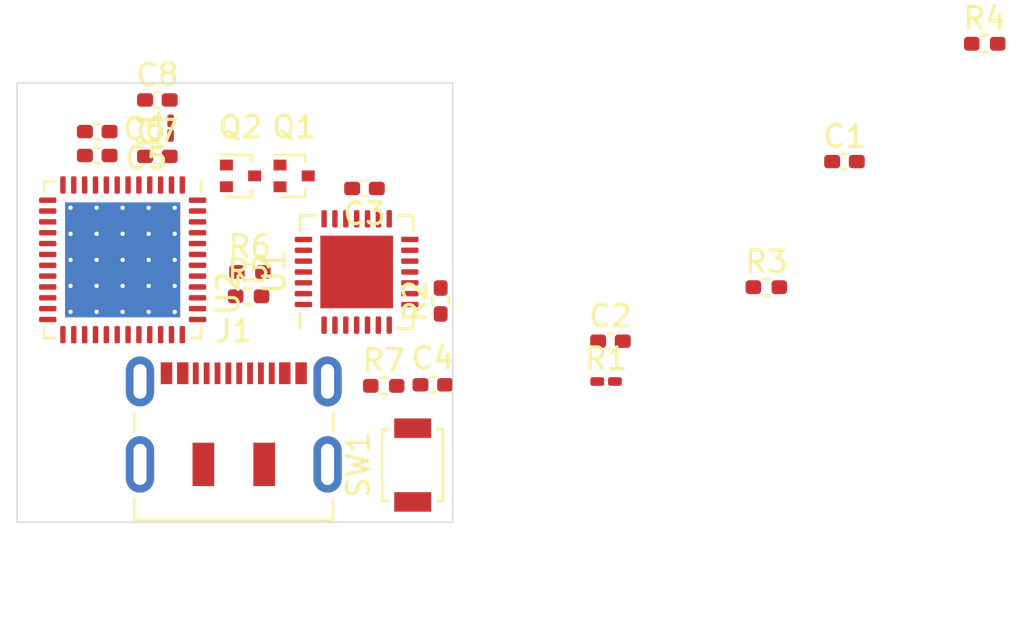
<source format=kicad_pcb>
(kicad_pcb (version 20211014) (generator pcbnew)
  (layers (0 "F.Cu" signal) (31 "B.Cu" signal) (34 "B.Paste" user) (35 "F.Paste" user) (36 "B.SilkS" user "B.Silkscreen") (37 "F.SilkS" user "F.Silkscreen") (38 "B.Mask" user) (39 "F.Mask" user) (44 "Edge.Cuts" user))
  (net 0 "")
  (net 1 "Net-(C1-Pad1)")
  (net 2 "GND")
  (net 3 "Net-(C3-Pad1)")
  (net 4 "En")
  (net 5 "+3V3")
  (net 6 "Net-(C7-Pad2)")
  (net 7 "Net-(AE1-Pad1)")
  (net 8 "Net-(J1-PadA4)")
  (net 9 "Net-(J1-PadA5)")
  (net 10 "/D+")
  (net 11 "/D-")
  (net 13 "Net-(J1-PadB5)")
  (net 15 "Net-(J1-PadS1)")
  (net 16 "/RTS")
  (net 17 "/DTR")
  (net 18 "/IO0")
  (net 19 "Net-(R2-Pad2)")
  (net 20 "/TXD")
  (net 21 "/TX")
  (net 22 "/RXD")
  (net 23 "/RX")
  (footprint "Resistor_SMD:R_0402_1005Metric_Pad0.72x0.64mm_HandSolder" (layer "F.Cu") (at 188.19 130.6375 90)
    (fp_text reference "R2" (at 0 -1.17 90) (layer "F.SilkS"))
    (fp_text value "R")
    (fp_line (start -0.167621 -0.38) (end 0.167621 -0.38) (layer "F.SilkS") (width 0.12))
    (fp_line (start -0.167621 0.38) (end 0.167621 0.38) (layer "F.SilkS") (width 0.12))
    (pad "1" smd roundrect (at -0.5975 0 90) (size 0.715 0.64) (layers "F.Cu" "F.Paste" "F.Mask") (net 5 "+3V3"))
    (pad "2" smd roundrect (at 0.5975 0 90) (size 0.715 0.64) (layers "F.Cu" "F.Paste" "F.Mask") (net 19 "Net-(R2-Pad2)"))
  )
  (footprint "Package_DFN_QFN:QFN-28-1EP_5x5mm_P0.5mm_EP3.35x3.35mm" (layer "F.Cu") (at 184.32 129.3 90)
    (fp_text reference "U1" (at 0 -3.8 90) (layer "F.SilkS"))
    (fp_text value "CP2102N-Axx-xQFN28")
    (fp_line (start 1.885 2.61) (end 2.61 2.61) (layer "F.SilkS") (width 0.12))
    (fp_line (start -1.885 -2.61) (end -2.61 -2.61) (layer "F.SilkS") (width 0.12))
    (fp_line (start -1.885 2.61) (end -2.61 2.61) (layer "F.SilkS") (width 0.12))
    (fp_line (start 2.61 -2.61) (end 2.61 -1.885) (layer "F.SilkS") (width 0.12))
    (fp_line (start -2.61 2.61) (end -2.61 1.885) (layer "F.SilkS") (width 0.12))
    (fp_line (start 1.885 -2.61) (end 2.61 -2.61) (layer "F.SilkS") (width 0.12))
    (fp_line (start 2.61 2.61) (end 2.61 1.885) (layer "F.SilkS") (width 0.12))
    (pad "1" smd roundrect (at -2.45 -1.5 90) (size 0.8 0.25) (layers "F.Cu" "F.Paste" "F.Mask"))
    (pad "2" smd roundrect (at -2.45 -1 90) (size 0.8 0.25) (layers "F.Cu" "F.Paste" "F.Mask"))
    (pad "3" smd roundrect (at -2.45 -0.5 90) (size 0.8 0.25) (layers "F.Cu" "F.Paste" "F.Mask") (net 2 "GND"))
    (pad "4" smd roundrect (at -2.45 0 90) (size 0.8 0.25) (layers "F.Cu" "F.Paste" "F.Mask") (net 10 "/D+"))
    (pad "5" smd roundrect (at -2.45 0.5 90) (size 0.8 0.25) (layers "F.Cu" "F.Paste" "F.Mask") (net 11 "/D-"))
    (pad "6" smd roundrect (at -2.45 1 90) (size 0.8 0.25) (layers "F.Cu" "F.Paste" "F.Mask") (net 1 "Net-(C1-Pad1)"))
    (pad "7" smd roundrect (at -2.45 1.5 90) (size 0.8 0.25) (layers "F.Cu" "F.Paste" "F.Mask") (net 1 "Net-(C1-Pad1)"))
    (pad "8" smd roundrect (at -1.5 2.45 90) (size 0.25 0.8) (layers "F.Cu" "F.Paste" "F.Mask") (net 5 "+3V3"))
    (pad "9" smd roundrect (at -1 2.45 90) (size 0.25 0.8) (layers "F.Cu" "F.Paste" "F.Mask") (net 19 "Net-(R2-Pad2)"))
    (pad "10" smd roundrect (at -0.5 2.45 90) (size 0.25 0.8) (layers "F.Cu" "F.Paste" "F.Mask"))
    (pad "11" smd roundrect (at 0 2.45 90) (size 0.25 0.8) (layers "F.Cu" "F.Paste" "F.Mask"))
    (pad "12" smd roundrect (at 0.5 2.45 90) (size 0.25 0.8) (layers "F.Cu" "F.Paste" "F.Mask"))
    (pad "13" smd roundrect (at 1 2.45 90) (size 0.25 0.8) (layers "F.Cu" "F.Paste" "F.Mask"))
    (pad "14" smd roundrect (at 1.5 2.45 90) (size 0.25 0.8) (layers "F.Cu" "F.Paste" "F.Mask"))
    (pad "15" smd roundrect (at 2.45 1.5 90) (size 0.8 0.25) (layers "F.Cu" "F.Paste" "F.Mask"))
    (pad "16" smd roundrect (at 2.45 1 90) (size 0.8 0.25) (layers "F.Cu" "F.Paste" "F.Mask") (net 3 "Net-(C3-Pad1)"))
    (pad "17" smd roundrect (at 2.45 0.5 90) (size 0.8 0.25) (layers "F.Cu" "F.Paste" "F.Mask"))
    (pad "18" smd roundrect (at 2.45 0 90) (size 0.8 0.25) (layers "F.Cu" "F.Paste" "F.Mask"))
    (pad "19" smd roundrect (at 2.45 -0.5 90) (size 0.8 0.25) (layers "F.Cu" "F.Paste" "F.Mask"))
    (pad "20" smd roundrect (at 2.45 -1 90) (size 0.8 0.25) (layers "F.Cu" "F.Paste" "F.Mask"))
    (pad "21" smd roundrect (at 2.45 -1.5 90) (size 0.8 0.25) (layers "F.Cu" "F.Paste" "F.Mask"))
    (pad "22" smd roundrect (at 1.5 -2.45 90) (size 0.25 0.8) (layers "F.Cu" "F.Paste" "F.Mask"))
    (pad "23" smd roundrect (at 1 -2.45 90) (size 0.25 0.8) (layers "F.Cu" "F.Paste" "F.Mask"))
    (pad "24" smd roundrect (at 0.5 -2.45 90) (size 0.25 0.8) (layers "F.Cu" "F.Paste" "F.Mask") (net 16 "/RTS"))
    (pad "25" smd roundrect (at 0 -2.45 90) (size 0.25 0.8) (layers "F.Cu" "F.Paste" "F.Mask") (net 22 "/RXD"))
    (pad "26" smd roundrect (at -0.5 -2.45 90) (size 0.25 0.8) (layers "F.Cu" "F.Paste" "F.Mask") (net 20 "/TXD"))
    (pad "27" smd roundrect (at -1 -2.45 90) (size 0.25 0.8) (layers "F.Cu" "F.Paste" "F.Mask"))
    (pad "28" smd roundrect (at -1.5 -2.45 90) (size 0.25 0.8) (layers "F.Cu" "F.Paste" "F.Mask") (net 17 "/DTR"))
    (pad "29" smd rect (at 0 0 90) (size 3.35 3.35) (layers "F.Cu" "F.Mask") (net 2 "GND"))
  )
  (footprint "Inductor_SMD:L_01005_0402Metric_Pad0.57x0.30mm_HandSolder" (layer "F.Cu") (at 175.75 122.67 90)
    (fp_text reference "L1" (at 0 -1 90) (layer "F.SilkS"))
    (fp_text value "L")
    (pad "1" smd roundrect (at -0.3375 0 90) (size 0.575 0.3) (layers "F.Cu" "F.Mask") (net 6 "Net-(C7-Pad2)"))
    (pad "2" smd roundrect (at 0.3375 0 90) (size 0.575 0.3) (layers "F.Cu" "F.Mask") (net 7 "Net-(AE1-Pad1)"))
  )
  (footprint "Capacitor_SMD:C_0402_1005Metric_Pad0.74x0.62mm_HandSolder" (layer "F.Cu") (at 196.01 132.49)
    (fp_text reference "C2" (at 0 -1.16) (layer "F.SilkS"))
    (fp_text value "1uf")
    (fp_line (start -0.115835 -0.36) (end 0.115835 -0.36) (layer "F.SilkS") (width 0.12))
    (fp_line (start -0.115835 0.36) (end 0.115835 0.36) (layer "F.SilkS") (width 0.12))
    (pad "1" smd roundrect (at -0.5675 0) (size 0.735 0.62) (layers "F.Cu" "F.Paste" "F.Mask") (net 1 "Net-(C1-Pad1)"))
    (pad "2" smd roundrect (at 0.5675 0) (size 0.735 0.62) (layers "F.Cu" "F.Paste" "F.Mask") (net 2 "GND"))
  )
  (footprint "Package_TO_SOT_SMD:SOT-416" (layer "F.Cu") (at 178.97 124.87)
    (fp_text reference "Q2" (at 0 -2.25) (layer "F.SilkS"))
    (fp_text value "DTC114E")
    (fp_line (start 0.51 -0.96) (end 0.51 -0.65) (layer "F.SilkS") (width 0.12))
    (fp_line (start 0.51 0.96) (end 0.51 0.65) (layer "F.SilkS") (width 0.12))
    (fp_line (start 0.51 -0.96) (end -0.9 -0.96) (layer "F.SilkS") (width 0.12))
    (fp_line (start 0.51 0.96) (end -0.65 0.96) (layer "F.SilkS") (width 0.12))
    (pad "1" smd rect (at -0.65 -0.5) (size 0.6 0.5) (layers "F.Cu" "F.Paste" "F.Mask") (net 17 "/DTR"))
    (pad "2" smd rect (at -0.65 0.5) (size 0.6 0.5) (layers "F.Cu" "F.Paste" "F.Mask") (net 16 "/RTS"))
    (pad "3" smd rect (at 0.65 0) (size 0.6 0.5) (layers "F.Cu" "F.Paste" "F.Mask") (net 4 "En"))
  )
  (footprint "Capacitor_SMD:C_0402_1005Metric_Pad0.74x0.62mm_HandSolder" (layer "F.Cu") (at 184.68 125.45 180)
    (fp_text reference "C3" (at 0 -1.16) (layer "F.SilkS"))
    (fp_text value "4.7u")
    (fp_line (start -0.115835 -0.36) (end 0.115835 -0.36) (layer "F.SilkS") (width 0.12))
    (fp_line (start -0.115835 0.36) (end 0.115835 0.36) (layer "F.SilkS") (width 0.12))
    (pad "1" smd roundrect (at -0.5675 0 180) (size 0.735 0.62) (layers "F.Cu" "F.Paste" "F.Mask") (net 3 "Net-(C3-Pad1)"))
    (pad "2" smd roundrect (at 0.5675 0 180) (size 0.735 0.62) (layers "F.Cu" "F.Paste" "F.Mask") (net 2 "GND"))
  )
  (footprint "Package_TO_SOT_SMD:SOT-416" (layer "F.Cu") (at 181.44 124.87)
    (fp_text reference "Q1" (at 0 -2.25) (layer "F.SilkS"))
    (fp_text value "DTC114E")
    (fp_line (start 0.51 0.96) (end -0.65 0.96) (layer "F.SilkS") (width 0.12))
    (fp_line (start 0.51 0.96) (end 0.51 0.65) (layer "F.SilkS") (width 0.12))
    (fp_line (start 0.51 -0.96) (end -0.9 -0.96) (layer "F.SilkS") (width 0.12))
    (fp_line (start 0.51 -0.96) (end 0.51 -0.65) (layer "F.SilkS") (width 0.12))
    (pad "1" smd rect (at -0.65 -0.5) (size 0.6 0.5) (layers "F.Cu" "F.Paste" "F.Mask") (net 16 "/RTS"))
    (pad "2" smd rect (at -0.65 0.5) (size 0.6 0.5) (layers "F.Cu" "F.Paste" "F.Mask") (net 17 "/DTR"))
    (pad "3" smd rect (at 0.65 0) (size 0.6 0.5) (layers "F.Cu" "F.Paste" "F.Mask") (net 18 "/IO0"))
  )
  (footprint "Resistor_SMD:R_0402_1005Metric_Pad0.72x0.64mm_HandSolder" (layer "F.Cu") (at 179.34 130.42)
    (fp_text reference "R5" (at 0 -1.17) (layer "F.SilkS"))
    (fp_text value "R")
    (fp_line (start -0.167621 0.38) (end 0.167621 0.38) (layer "F.SilkS") (width 0.12))
    (fp_line (start -0.167621 -0.38) (end 0.167621 -0.38) (layer "F.SilkS") (width 0.12))
    (pad "1" smd roundrect (at -0.5975 0) (size 0.715 0.64) (layers "F.Cu" "F.Paste" "F.Mask") (net 20 "/TXD"))
    (pad "2" smd roundrect (at 0.5975 0) (size 0.715 0.64) (layers "F.Cu" "F.Paste" "F.Mask") (net 21 "/TX"))
  )
  (footprint "Button_Switch_SMD:SW_SPST_B3U-1000P" (layer "F.Cu") (at 186.9 138.2 90)
    (fp_text reference "SW1" (at 0 -2.5 90) (layer "F.SilkS"))
    (fp_text value "SW_Push")
    (fp_line (start 1.65 1.4) (end 1.65 1.1) (layer "F.SilkS") (width 0.12))
    (fp_line (start -1.65 -1.1) (end -1.65 -1.4) (layer "F.SilkS") (width 0.12))
    (fp_line (start -1.65 -1.4) (end 1.65 -1.4) (layer "F.SilkS") (width 0.12))
    (fp_line (start -1.65 1.1) (end -1.65 1.4) (layer "F.SilkS") (width 0.12))
    (fp_line (start -1.65 1.4) (end 1.65 1.4) (layer "F.SilkS") (width 0.12))
    (fp_line (start 1.65 -1.4) (end 1.65 -1.1) (layer "F.SilkS") (width 0.12))
    (pad "1" smd rect (at -1.7 0 90) (size 0.9 1.7) (layers "F.Cu" "F.Paste" "F.Mask") (net 2 "GND"))
    (pad "2" smd rect (at 1.7 0 90) (size 0.9 1.7) (layers "F.Cu" "F.Paste" "F.Mask") (net 4 "En"))
  )
  (footprint "Resistor_SMD:R_0201_0603Metric_Pad0.64x0.40mm_HandSolder" (layer "F.Cu") (at 195.81 134.35)
    (fp_text reference "R1" (at 0 -1.05) (layer "F.SilkS"))
    (fp_text value "1M")
    (pad "1" smd roundrect (at -0.4075 0) (size 0.635 0.4) (layers "F.Cu" "F.Mask") (net 2 "GND"))
    (pad "2" smd roundrect (at 0.4075 0) (size 0.635 0.4) (layers "F.Cu" "F.Mask") (net 15 "Net-(J1-PadS1)"))
  )
  (footprint "Resistor_SMD:R_0402_1005Metric_Pad0.72x0.64mm_HandSolder" (layer "F.Cu") (at 179.4025 129.3)
    (fp_text reference "R6" (at 0 -1.17) (layer "F.SilkS"))
    (fp_text value "R")
    (fp_line (start -0.167621 -0.38) (end 0.167621 -0.38) (layer "F.SilkS") (width 0.12))
    (fp_line (start -0.167621 0.38) (end 0.167621 0.38) (layer "F.SilkS") (width 0.12))
    (pad "1" smd roundrect (at -0.5975 0) (size 0.715 0.64) (layers "F.Cu" "F.Paste" "F.Mask") (net 22 "/RXD"))
    (pad "2" smd roundrect (at 0.5975 0) (size 0.715 0.64) (layers "F.Cu" "F.Paste" "F.Mask") (net 23 "/RX"))
  )
  (footprint "Resistor_SMD:R_0402_1005Metric_Pad0.72x0.64mm_HandSolder" (layer "F.Cu") (at 185.5675 134.55)
    (fp_text reference "R7" (at 0 -1.17) (layer "F.SilkS"))
    (fp_text value "R")
    (fp_line (start -0.167621 0.38) (end 0.167621 0.38) (layer "F.SilkS") (width 0.12))
    (fp_line (start -0.167621 -0.38) (end 0.167621 -0.38) (layer "F.SilkS") (width 0.12))
    (pad "1" smd roundrect (at -0.5975 0) (size 0.715 0.64) (layers "F.Cu" "F.Paste" "F.Mask") (net 5 "+3V3"))
    (pad "2" smd roundrect (at 0.5975 0) (size 0.715 0.64) (layers "F.Cu" "F.Paste" "F.Mask") (net 4 "En"))
  )
  (footprint "Capacitor_SMD:C_0402_1005Metric_Pad0.74x0.62mm_HandSolder" (layer "F.Cu") (at 175.14 121.37)
    (fp_text reference "C8" (at 0 -1.16) (layer "F.SilkS"))
    (fp_text value "C")
    (fp_line (start -0.115835 -0.36) (end 0.115835 -0.36) (layer "F.SilkS") (width 0.12))
    (fp_line (start -0.115835 0.36) (end 0.115835 0.36) (layer "F.SilkS") (width 0.12))
    (pad "1" smd roundrect (at -0.5675 0) (size 0.735 0.62) (layers "F.Cu" "F.Paste" "F.Mask") (net 2 "GND"))
    (pad "2" smd roundrect (at 0.5675 0) (size 0.735 0.62) (layers "F.Cu" "F.Paste" "F.Mask") (net 7 "Net-(AE1-Pad1)"))
  )
  (footprint "Resistor_SMD:R_0402_1005Metric_Pad0.72x0.64mm_HandSolder" (layer "F.Cu") (at 213.25 118.78)
    (fp_text reference "R4" (at 0 -1.17) (layer "F.SilkS"))
    (fp_text value "5.1K")
    (fp_line (start -0.167621 -0.38) (end 0.167621 -0.38) (layer "F.SilkS") (width 0.12))
    (fp_line (start -0.167621 0.38) (end 0.167621 0.38) (layer "F.SilkS") (width 0.12))
    (pad "1" smd roundrect (at -0.5975 0) (size 0.715 0.64) (layers "F.Cu" "F.Paste" "F.Mask") (net 13 "Net-(J1-PadB5)"))
    (pad "2" smd roundrect (at 0.5975 0) (size 0.715 0.64) (layers "F.Cu" "F.Paste" "F.Mask") (net 2 "GND"))
  )
  (footprint "Capacitor_SMD:C_0402_1005Metric_Pad0.74x0.62mm_HandSolder" (layer "F.Cu") (at 206.79 124.21)
    (fp_text reference "C1" (at 0 -1.16) (layer "F.SilkS"))
    (fp_text value "0.1u")
    (fp_line (start -0.115835 0.36) (end 0.115835 0.36) (layer "F.SilkS") (width 0.12))
    (fp_line (start -0.115835 -0.36) (end 0.115835 -0.36) (layer "F.SilkS") (width 0.12))
    (pad "1" smd roundrect (at -0.5675 0) (size 0.735 0.62) (layers "F.Cu" "F.Paste" "F.Mask") (net 1 "Net-(C1-Pad1)"))
    (pad "2" smd roundrect (at 0.5675 0) (size 0.735 0.62) (layers "F.Cu" "F.Paste" "F.Mask") (net 2 "GND"))
  )
  (footprint "Resistor_SMD:R_0402_1005Metric_Pad0.72x0.64mm_HandSolder" (layer "F.Cu") (at 203.19 130)
    (fp_text reference "R3" (at 0 -1.17) (layer "F.SilkS"))
    (fp_text value "5.1K")
    (fp_line (start -0.167621 0.38) (end 0.167621 0.38) (layer "F.SilkS") (width 0.12))
    (fp_line (start -0.167621 -0.38) (end 0.167621 -0.38) (layer "F.SilkS") (width 0.12))
    (pad "1" smd roundrect (at -0.5975 0) (size 0.715 0.64) (layers "F.Cu" "F.Paste" "F.Mask") (net 9 "Net-(J1-PadA5)"))
    (pad "2" smd roundrect (at 0.5975 0) (size 0.715 0.64) (layers "F.Cu" "F.Paste" "F.Mask") (net 2 "GND"))
  )
  (footprint "Capacitor_SMD:C_0402_1005Metric_Pad0.74x0.62mm_HandSolder" (layer "F.Cu") (at 187.8275 134.5 180)
    (fp_text reference "C4" (at 0.0075 1.22) (layer "F.SilkS"))
    (fp_text value "10uf")
    (fp_line (start -0.115835 0.36) (end 0.115835 0.36) (layer "F.SilkS") (width 0.12))
    (fp_line (start -0.115835 -0.36) (end 0.115835 -0.36) (layer "F.SilkS") (width 0.12))
    (pad "1" smd roundrect (at -0.5675 0 180) (size 0.735 0.62) (layers "F.Cu" "F.Paste" "F.Mask") (net 2 "GND"))
    (pad "2" smd roundrect (at 0.5675 0 180) (size 0.735 0.62) (layers "F.Cu" "F.Paste" "F.Mask") (net 4 "En"))
  )
  (footprint "Connector_USB:USB_C_Receptacle_JAE_DX07S016JA1R1500" (layer "F.Cu") (at 178.66 137.02)
    (fp_text reference "J1" (at 0 -5) (layer "F.SilkS"))
    (fp_text value "USB_C_Receptacle_USB2.0")
    (fp_line (start -4.58 3.71) (end 4.58 3.71) (layer "F.SilkS") (width 0.12))
    (fp_line (start 4.58 -1.215) (end 4.58 -0.36) (layer "F.SilkS") (width 0.12))
    (fp_line (start -4.58 2.76) (end -4.58 3.71) (layer "F.SilkS") (width 0.12))
    (fp_line (start 4.58 2.76) (end 4.58 3.71) (layer "F.SilkS") (width 0.12))
    (fp_line (start -4.58 -1.215) (end -4.58 -0.36) (layer "F.SilkS") (width 0.12))
    (pad "" smd rect (at -1.4 1.15) (size 1 2) (layers "F.Cu" "F.Paste" "F.Mask"))
    (pad "" np_thru_hole circle (at -3 -1.95) (size 0.6 0.6) (drill 0.6) (layers F&B.Cu *.Mask))
    (pad "" smd rect (at 1.4 1.15) (size 1 2) (layers "F.Cu" "F.Paste" "F.Mask"))
    (pad "" np_thru_hole oval (at 3 -1.95) (size 0.85 0.6) (drill oval 0.85 0.6) (layers F&B.Cu *.Mask))
    (pad "A1" smd rect (at -3.1 -3.05) (size 0.52 1) (layers "F.Cu" "F.Paste" "F.Mask") (net 2 "GND"))
    (pad "A4" smd rect (at -2.35 -3.05) (size 0.52 1) (layers "F.Cu" "F.Paste" "F.Mask") (net 8 "Net-(J1-PadA4)"))
    (pad "A5" smd rect (at -1.75 -3.05) (size 0.27 1) (layers "F.Cu" "F.Paste" "F.Mask") (net 9 "Net-(J1-PadA5)"))
    (pad "A6" smd rect (at -0.25 -3.05) (size 0.27 1) (layers "F.Cu" "F.Paste" "F.Mask") (net 10 "/D+"))
    (pad "A7" smd rect (at 0.75 -3.05) (size 0.27 1) (layers "F.Cu" "F.Paste" "F.Mask") (net 11 "/D-"))
    (pad "A8" smd rect (at 1.75 -3.05) (size 0.27 1) (layers "F.Cu" "F.Paste" "F.Mask"))
    (pad "A9" smd rect (at 2.35 -3.05) (size 0.52 1) (layers "F.Cu" "F.Paste" "F.Mask") (net 8 "Net-(J1-PadA4)"))
    (pad "A12" smd rect (at 3.1 -3.05) (size 0.52 1) (layers "F.Cu" "F.Paste" "F.Mask") (net 2 "GND"))
    (pad "B1" smd rect (at 3.1 -3.05) (size 0.52 1) (layers "F.Cu" "F.Paste" "F.Mask") (net 2 "GND"))
    (pad "B4" smd rect (at 2.35 -3.05) (size 0.52 1) (layers "F.Cu" "F.Paste" "F.Mask") (net 8 "Net-(J1-PadA4)"))
    (pad "B5" smd rect (at 1.25 -3.05) (size 0.27 1) (layers "F.Cu" "F.Paste" "F.Mask") (net 13 "Net-(J1-PadB5)"))
    (pad "B6" smd rect (at 0.25 -3.05) (size 0.27 1) (layers "F.Cu" "F.Paste" "F.Mask") (net 10 "/D+"))
    (pad "B7" smd rect (at -0.75 -3.05) (size 0.27 1) (layers "F.Cu" "F.Paste" "F.Mask") (net 11 "/D-"))
    (pad "B8" smd rect (at -1.25 -3.05) (size 0.27 1) (layers "F.Cu" "F.Paste" "F.Mask"))
    (pad "B9" smd rect (at -2.35 -3.05) (size 0.52 1) (layers "F.Cu" "F.Paste" "F.Mask") (net 8 "Net-(J1-PadA4)"))
    (pad "B12" smd rect (at -3.1 -3.05) (size 0.52 1) (layers "F.Cu" "F.Paste" "F.Mask") (net 2 "GND"))
    (pad "S1" thru_hole oval (at 4.32 1.15) (size 1.3 2.6) (drill oval 0.6 1.9) (layers *.Cu *.Mask) (net 15 "Net-(J1-PadS1)"))
    (pad "S1" thru_hole oval (at -4.32 1.15) (size 1.3 2.6) (drill oval 0.6 1.9) (layers *.Cu *.Mask) (net 15 "Net-(J1-PadS1)"))
    (pad "S1" thru_hole oval (at -4.32 -2.675) (size 1.3 2.3) (drill oval 0.6 1.6) (layers *.Cu *.Mask) (net 15 "Net-(J1-PadS1)"))
    (pad "S1" thru_hole oval (at 4.32 -2.675) (size 1.3 2.3) (drill oval 0.6 1.6) (layers *.Cu *.Mask) (net 15 "Net-(J1-PadS1)"))
  )
  (footprint "Package_DFN_QFN:QFN-48-1EP_7x7mm_P0.5mm_EP5.3x5.3mm_ThermalVias" (layer "F.Cu") (at 173.54 128.74 -90)
    (fp_text reference "U2" (at 1.55 -4.86 90) (layer "F.SilkS"))
    (fp_text value "ESP32-PICO-D4")
    (fp_line (start 3.135 -3.61) (end 3.61 -3.61) (layer "F.SilkS") (width 0.12))
    (fp_line (start -3.61 3.61) (end -3.61 3.135) (layer "F.SilkS") (width 0.12))
    (fp_line (start 3.135 3.61) (end 3.61 3.61) (layer "F.SilkS") (width 0.12))
    (fp_line (start -3.135 -3.61) (end -3.61 -3.61) (layer "F.SilkS") (width 0.12))
    (fp_line (start -3.135 3.61) (end -3.61 3.61) (layer "F.SilkS") (width 0.12))
    (fp_line (start 3.61 -3.61) (end 3.61 -3.135) (layer "F.SilkS") (width 0.12))
    (fp_line (start 3.61 3.61) (end 3.61 3.135) (layer "F.SilkS") (width 0.12))
    (pad "1" smd roundrect (at -3.45 -2.75 270) (size 0.8 0.25) (layers "F.Cu" "F.Paste" "F.Mask") (net 5 "+3V3"))
    (pad "2" smd roundrect (at -3.45 -2.25 270) (size 0.8 0.25) (layers "F.Cu" "F.Paste" "F.Mask") (net 6 "Net-(C7-Pad2)"))
    (pad "3" smd roundrect (at -3.45 -1.75 270) (size 0.8 0.25) (layers "F.Cu" "F.Paste" "F.Mask") (net 5 "+3V3"))
    (pad "4" smd roundrect (at -3.45 -1.25 270) (size 0.8 0.25) (layers "F.Cu" "F.Paste" "F.Mask") (net 5 "+3V3"))
    (pad "5" smd roundrect (at -3.45 -0.75 270) (size 0.8 0.25) (layers "F.Cu" "F.Paste" "F.Mask"))
    (pad "6" smd roundrect (at -3.45 -0.25 270) (size 0.8 0.25) (layers "F.Cu" "F.Paste" "F.Mask"))
    (pad "7" smd roundrect (at -3.45 0.25 270) (size 0.8 0.25) (layers "F.Cu" "F.Paste" "F.Mask"))
    (pad "8" smd roundrect (at -3.45 0.75 270) (size 0.8 0.25) (layers "F.Cu" "F.Paste" "F.Mask"))
    (pad "9" smd roundrect (at -3.45 1.25 270) (size 0.8 0.25) (layers "F.Cu" "F.Paste" "F.Mask") (net 4 "En"))
    (pad "10" smd roundrect (at -3.45 1.75 270) (size 0.8 0.25) (layers "F.Cu" "F.Paste" "F.Mask"))
    (pad "11" smd roundrect (at -3.45 2.25 270) (size 0.8 0.25) (layers "F.Cu" "F.Paste" "F.Mask"))
    (pad "12" smd roundrect (at -3.45 2.75 270) (size 0.8 0.25) (layers "F.Cu" "F.Paste" "F.Mask"))
    (pad "13" smd roundrect (at -2.75 3.45 270) (size 0.25 0.8) (layers "F.Cu" "F.Paste" "F.Mask"))
    (pad "14" smd roundrect (at -2.25 3.45 270) (size 0.25 0.8) (layers "F.Cu" "F.Paste" "F.Mask"))
    (pad "15" smd roundrect (at -1.75 3.45 270) (size 0.25 0.8) (layers "F.Cu" "F.Paste" "F.Mask"))
    (pad "16" smd roundrect (at -1.25 3.45 270) (size 0.25 0.8) (layers "F.Cu" "F.Paste" "F.Mask"))
    (pad "17" smd roundrect (at -0.75 3.45 270) (size 0.25 0.8) (layers "F.Cu" "F.Paste" "F.Mask"))
    (pad "18" smd roundrect (at -0.25 3.45 270) (size 0.25 0.8) (layers "F.Cu" "F.Paste" "F.Mask"))
    (pad "19" smd roundrect (at 0.25 3.45 270) (size 0.25 0.8) (layers "F.Cu" "F.Paste" "F.Mask") (net 5 "+3V3"))
    (pad "20" smd roundrect (at 0.75 3.45 270) (size 0.25 0.8) (layers "F.Cu" "F.Paste" "F.Mask"))
    (pad "21" smd roundrect (at 1.25 3.45 270) (size 0.25 0.8) (layers "F.Cu" "F.Paste" "F.Mask"))
    (pad "22" smd roundrect (at 1.75 3.45 270) (size 0.25 0.8) (layers "F.Cu" "F.Paste" "F.Mask"))
    (pad "23" smd roundrect (at 2.25 3.45 270) (size 0.25 0.8) (layers "F.Cu" "F.Paste" "F.Mask") (net 18 "/IO0"))
    (pad "24" smd roundrect (at 2.75 3.45 270) (size 0.25 0.8) (layers "F.Cu" "F.Paste" "F.Mask"))
    (pad "25" smd roundrect (at 3.45 2.75 270) (size 0.8 0.25) (layers "F.Cu" "F.Paste" "F.Mask"))
    (pad "26" smd roundrect (at 3.45 2.25 270) (size 0.8 0.25) (layers "F.Cu" "F.Paste" "F.Mask"))
    (pad "27" smd roundrect (at 3.45 1.75 270) (size 0.8 0.25) (layers "F.Cu" "F.Paste" "F.Mask"))
    (pad "28" smd roundrect (at 3.45 1.25 270) (size 0.8 0.25) (layers "F.Cu" "F.Paste" "F.Mask"))
    (pad "29" smd roundrect (at 3.45 0.75 270) (size 0.8 0.25) (layers "F.Cu" "F.Paste" "F.Mask"))
    (pad "30" smd roundrect (at 3.45 0.25 270) (size 0.8 0.25) (layers "F.Cu" "F.Paste" "F.Mask"))
    (pad "31" smd roundrect (at 3.45 -0.25 270) (size 0.8 0.25) (layers "F.Cu" "F.Paste" "F.Mask"))
    (pad "32" smd roundrect (at 3.45 -0.75 270) (size 0.8 0.25) (layers "F.Cu" "F.Paste" "F.Mask"))
    (pad "33" smd roundrect (at 3.45 -1.25 270) (size 0.8 0.25) (layers "F.Cu" "F.Paste" "F.Mask"))
    (pad "34" smd roundrect (at 3.45 -1.75 270) (size 0.8 0.25) (layers "F.Cu" "F.Paste" "F.Mask"))
    (pad "35" smd roundrect (at 3.45 -2.25 270) (size 0.8 0.25) (layers "F.Cu" "F.Paste" "F.Mask"))
    (pad "36" smd roundrect (at 3.45 -2.75 270) (size 0.8 0.25) (layers "F.Cu" "F.Paste" "F.Mask"))
    (pad "37" smd roundrect (at 2.75 -3.45 270) (size 0.25 0.8) (layers "F.Cu" "F.Paste" "F.Mask") (net 5 "+3V3"))
    (pad "38" smd roundrect (at 2.25 -3.45 270) (size 0.25 0.8) (layers "F.Cu" "F.Paste" "F.Mask"))
    (pad "39" smd roundrect (at 1.75 -3.45 270) (size 0.25 0.8) (layers "F.Cu" "F.Paste" "F.Mask"))
    (pad "40" smd roundrect (at 1.25 -3.45 270) (size 0.25 0.8) (layers "F.Cu" "F.Paste" "F.Mask") (net 21 "/TX"))
    (pad "41" smd roundrect (at 0.75 -3.45 270) (size 0.25 0.8) (layers "F.Cu" "F.Paste" "F.Mask") (net 23 "/RX"))
    (pad "42" smd roundrect (at 0.25 -3.45 270) (size 0.25 0.8) (layers "F.Cu" "F.Paste" "F.Mask"))
    (pad "43" smd roundrect (at -0.25 -3.45 270) (size 0.25 0.8) (layers "F.Cu" "F.Paste" "F.Mask") (net 5 "+3V3"))
    (pad "44" smd roundrect (at -0.75 -3.45 270) (size 0.25 0.8) (layers "F.Cu" "F.Paste" "F.Mask"))
    (pad "45" smd roundrect (at -1.25 -3.45 270) (size 0.25 0.8) (layers "F.Cu" "F.Paste" "F.Mask"))
    (pad "46" smd roundrect (at -1.75 -3.45 270) (size 0.25 0.8) (layers "F.Cu" "F.Paste" "F.Mask") (net 5 "+3V3"))
    (pad "47" smd roundrect (at -2.25 -3.45 270) (size 0.25 0.8) (layers "F.Cu" "F.Paste" "F.Mask"))
    (pad "48" smd roundrect (at -2.75 -3.45 270) (size 0.25 0.8) (layers "F.Cu" "F.Paste" "F.Mask"))
    (pad "49" thru_hole circle (at -1.2 0 270) (size 0.5 0.5) (drill 0.2) (layers *.Cu) (net 2 "GND"))
    (pad "49" thru_hole circle (at -2.4 -2.4 270) (size 0.5 0.5) (drill 0.2) (layers *.Cu) (net 2 "GND"))
    (pad "49" smd rect (at 0 0 270) (size 5.3 5.3) (layers "B.Cu") (net 2 "GND"))
    (pad "49" thru_hole circle (at 1.2 0 270) (size 0.5 0.5) (drill 0.2) (layers *.Cu) (net 2 "GND"))
    (pad "49" thru_hole circle (at 2.4 -1.2 270) (size 0.5 0.5) (drill 0.2) (layers *.Cu) (net 2 "GND"))
    (pad "49" thru_hole circle (at 1.2 -2.4 270) (size 0.5 0.5) (drill 0.2) (layers *.Cu) (net 2 "GND"))
    (pad "49" thru_hole circle (at 0 -2.4 270) (size 0.5 0.5) (drill 0.2) (layers *.Cu) (net 2 "GND"))
    (pad "49" thru_hole circle (at -2.4 1.2 270) (size 0.5 0.5) (drill 0.2) (layers *.Cu) (net 2 "GND"))
    (pad "49" smd rect (at 0 0 270) (size 5.3 5.3) (layers "F.Cu" "F.Mask") (net 2 "GND"))
    (pad "49" thru_hole circle (at -1.2 -2.4 270) (size 0.5 0.5) (drill 0.2) (layers *.Cu) (net 2 "GND"))
    (pad "49" thru_hole circle (at -1.2 2.4 270) (size 0.5 0.5) (drill 0.2) (layers *.Cu) (net 2 "GND"))
    (pad "49" thru_hole circle (at 2.4 -2.4 270) (size 0.5 0.5) (drill 0.2) (layers *.Cu) (net 2 "GND"))
    (pad "49" thru_hole circle (at 0 0 270) (size 0.5 0.5) (drill 0.2) (layers *.Cu) (net 2 "GND"))
    (pad "49" thru_hole circle (at 1.2 1.2 270) (size 0.5 0.5) (drill 0.2) (layers *.Cu) (net 2 "GND"))
    (pad "49" thru_hole circle (at 1.2 2.4 270) (size 0.5 0.5) (drill 0.2) (layers *.Cu) (net 2 "GND"))
    (pad "49" thru_hole circle (at -1.2 1.2 270) (size 0.5 0.5) (drill 0.2) (layers *.Cu) (net 2 "GND"))
    (pad "49" thru_hole circle (at -2.4 0 270) (size 0.5 0.5) (drill 0.2) (layers *.Cu) (net 2 "GND"))
    (pad "49" thru_hole circle (at -2.4 2.4 270) (size 0.5 0.5) (drill 0.2) (layers *.Cu) (net 2 "GND"))
    (pad "49" thru_hole circle (at 1.2 -1.2 270) (size 0.5 0.5) (drill 0.2) (layers *.Cu) (net 2 "GND"))
    (pad "49" thru_hole circle (at 2.4 2.4 270) (size 0.5 0.5) (drill 0.2) (layers *.Cu) (net 2 "GND"))
    (pad "49" thru_hole circle (at 0 -1.2 270) (size 0.5 0.5) (drill 0.2) (layers *.Cu) (net 2 "GND"))
    (pad "49" thru_hole circle (at 0 2.4 270) (size 0.5 0.5) (drill 0.2) (layers *.Cu) (net 2 "GND"))
    (pad "49" thru_hole circle (at 2.4 0 270) (size 0.5 0.5) (drill 0.2) (layers *.Cu) (net 2 "GND"))
    (pad "49" thru_hole circle (at -1.2 -1.2 270) (size 0.5 0.5) (drill 0.2) (layers *.Cu) (net 2 "GND"))
    (pad "49" thru_hole circle (at 2.4 1.2 270) (size 0.5 0.5) (drill 0.2) (layers *.Cu) (net 2 "GND"))
    (pad "49" thru_hole circle (at -2.4 -1.2 270) (size 0.5 0.5) (drill 0.2) (layers *.Cu) (net 2 "GND"))
    (pad "49" thru_hole circle (at 0 1.2 270) (size 0.5 0.5) (drill 0.2) (layers *.Cu) (net 2 "GND"))
  )
  (footprint "Capacitor_SMD:C_0402_1005Metric_Pad0.74x0.62mm_HandSolder" (layer "F.Cu") (at 175.14 123.97)
    (fp_text reference "C7" (at 0 -1.16) (layer "F.SilkS"))
    (fp_text value "C")
    (fp_line (start -0.115835 0.36) (end 0.115835 0.36) (layer "F.SilkS") (width 0.12))
    (fp_line (start -0.115835 -0.36) (end 0.115835 -0.36) (layer "F.SilkS") (width 0.12))
    (pad "1" smd roundrect (at -0.5675 0) (size 0.735 0.62) (layers "F.Cu" "F.Paste" "F.Mask") (net 2 "GND"))
    (pad "2" smd roundrect (at 0.5675 0) (size 0.735 0.62) (layers "F.Cu" "F.Paste" "F.Mask") (net 6 "Net-(C7-Pad2)"))
  )
  (footprint "Capacitor_SMD:C_0402_1005Metric_Pad0.74x0.62mm_HandSolder" (layer "F.Cu") (at 172.37 122.83)
    (fp_text reference "C6" (at 2.1675 -0.13) (layer "F.SilkS"))
    (fp_text value "10uf")
    (fp_line (start -0.115835 0.36) (end 0.115835 0.36) (layer "F.SilkS") (width 0.12))
    (fp_line (start -0.115835 -0.36) (end 0.115835 -0.36) (layer "F.SilkS") (width 0.12))
    (pad "1" smd roundrect (at -0.5675 0) (size 0.735 0.62) (layers "F.Cu" "F.Paste" "F.Mask") (net 2 "GND"))
    (pad "2" smd roundrect (at 0.5675 0) (size 0.735 0.62) (layers "F.Cu" "F.Paste" "F.Mask") (net 5 "+3V3"))
  )
  (footprint "Capacitor_SMD:C_0402_1005Metric_Pad0.74x0.62mm_HandSolder" (layer "F.Cu") (at 172.37 123.93)
    (fp_text reference "C5" (at 2.26 0.12) (layer "F.SilkS"))
    (fp_text value "C")
    (fp_line (start -0.115835 0.36) (end 0.115835 0.36) (layer "F.SilkS") (width 0.12))
    (fp_line (start -0.115835 -0.36) (end 0.115835 -0.36) (layer "F.SilkS") (width 0.12))
    (pad "1" smd roundrect (at -0.5675 0) (size 0.735 0.62) (layers "F.Cu" "F.Paste" "F.Mask") (net 2 "GND"))
    (pad "2" smd roundrect (at 0.5675 0) (size 0.735 0.62) (layers "F.Cu" "F.Paste" "F.Mask") (net 5 "+3V3"))
  )
  (gr_line (start 188.7458 140.8352) (end 168.6798 140.8352) (layer "Edge.Cuts") (width 0.05))
  (gr_line (start 188.7458 120.5914) (end 188.7458 140.8352) (layer "Edge.Cuts") (width 0.05))
  (gr_line (start 168.6798 120.5914) (end 188.7458 120.5914) (layer "Edge.Cuts") (width 0.05))
  (gr_line (start 168.6798 140.8352) (end 168.6798 120.5914) (layer "Edge.Cuts") (width 0.05))
)
</source>
